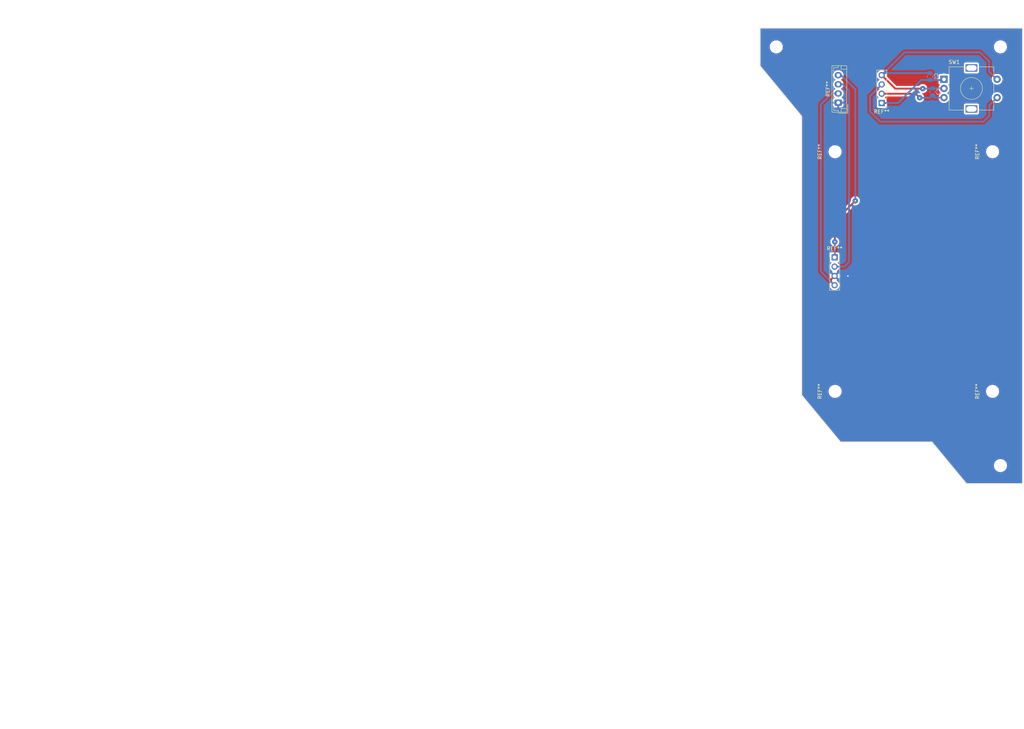
<source format=kicad_pcb>
(kicad_pcb (version 20241229) (generator "pcbnew") (generator_version "9.0")
  (layers (0 "F.Cu" signal) (2 "B.Cu" signal) (13 "F.Paste" user) (15 "B.Paste" user) (5 "F.SilkS" user "F.Silkscreen") (7 "B.SilkS" user "B.Silkscreen") (1 "F.Mask" user) (3 "B.Mask" user) (25 "Edge.Cuts" user))
  (net 0 "")
  (net 1 "AGND")
  (net 2 "ADC0_GP28")
  (net 3 "ADC0_GP27")
  (net 4 "ADC0_GP26")
  (net 5 "GND")
  (net 6 "PICO_3V3")
  (net 7 "Net-(A1-GPIO21)")
  (net 8 "Net-(A1-GPIO20)")
  (footprint "Connector_PinHeader_2.54mm:PinHeader_1x04_P2.54mm_Vertical" (layer "F.Cu") (at 229.8246 84.707)
    (property "Reference" "REF**" (at 0 -2.38 0) (layer "F.SilkS"))
    (property "Value" "PinHeader_1x04_P2.54mm_Vertical")
    (fp_line (start -1.38 -1.38) (end 0 -1.38) (stroke (width 0.12)) (layer "F.SilkS"))
    (fp_line (start -1.38 0) (end -1.38 -1.38) (stroke (width 0.12)) (layer "F.SilkS"))
    (fp_line (start -1.38 1.27) (end -1.38 9) (stroke (width 0.12)) (layer "F.SilkS"))
    (fp_line (start -1.38 1.27) (end 1.38 1.27) (stroke (width 0.12)) (layer "F.SilkS"))
    (fp_line (start -1.38 9) (end 1.38 9) (stroke (width 0.12)) (layer "F.SilkS"))
    (fp_line (start 1.38 1.27) (end 1.38 9) (stroke (width 0.12)) (layer "F.SilkS"))
    (pad "1" thru_hole rect (at 0 0) (size 1.7 1.7) (drill 1) (layers "*.Cu" "*.Mask") (net 8 "Net-(A1-GPIO20)"))
    (pad "2" thru_hole circle (at 0 2.54) (size 1.7 1.7) (drill 1) (layers "*.Cu" "*.Mask") (net 7 "Net-(A1-GPIO21)"))
    (pad "3" thru_hole circle (at 0 5.08) (size 1.7 1.7) (drill 1) (layers "*.Cu" "*.Mask") (net 5 "GND"))
    (pad "4" thru_hole circle (at 0 7.62) (size 1.7 1.7) (drill 1) (layers "*.Cu" "*.Mask") (net 6 "PICO_3V3"))
  )
  (footprint "MountingHole:MountingHole_3.2mm_M3" (layer "F.Cu") (at 272.9538 55.8526 90)
    (property "Reference" "REF**" (at 0 -4.15 90) (layer "F.SilkS"))
    (property "Value" "MountingHole_3.2mm_M3")
    (pad "" np_thru_hole circle (at 0 0 90) (size 3.2 3.2) (drill 3.2) (layers "*.Cu" "*.Mask"))
  )
  (footprint "MountingHole:MountingHole_3.2mm_M3" (layer "F.Cu") (at 229.9516 55.8526 90)
    (property "Reference" "REF**" (at 0 -4.15 90) (layer "F.SilkS"))
    (property "Value" "MountingHole_3.2mm_M3")
    (pad "" np_thru_hole circle (at 0 0 90) (size 3.2 3.2) (drill 3.2) (layers "*.Cu" "*.Mask"))
  )
  (footprint "Rotary_Encoder:RotaryEncoder_Alps_EC11E-Switch_Vertical_H20mm" (layer "F.Cu") (at 259.6864 36.065)
    (property "Reference" "SW1" (at 2.8 -4.7 0) (layer "F.SilkS"))
    (property "Value" "RotaryEncoder_Switch")
    (fp_line (start -0.3 -1.6) (end 0.3 -1.6) (stroke (width 0.12)) (layer "F.SilkS"))
    (fp_line (start 0 -1.3) (end -0.3 -1.6) (stroke (width 0.12)) (layer "F.SilkS"))
    (fp_line (start 0.3 -1.6) (end 0 -1.3) (stroke (width 0.12)) (layer "F.SilkS"))
    (fp_line (start 1.4 -3.4) (end 1.4 8.4) (stroke (width 0.12)) (layer "F.SilkS"))
    (fp_line (start 5.5 -3.4) (end 1.4 -3.4) (stroke (width 0.12)) (layer "F.SilkS"))
    (fp_line (start 5.5 8.4) (end 1.4 8.4) (stroke (width 0.12)) (layer "F.SilkS"))
    (fp_line (start 7 2.5) (end 8 2.5) (stroke (width 0.12)) (layer "F.SilkS"))
    (fp_line (start 7.5 2) (end 7.5 3) (stroke (width 0.12)) (layer "F.SilkS"))
    (fp_line (start 9.5 -3.4) (end 13.6 -3.4) (stroke (width 0.12)) (layer "F.SilkS"))
    (fp_line (start 13.6 -3.4) (end 13.6 -1) (stroke (width 0.12)) (layer "F.SilkS"))
    (fp_line (start 13.6 1.2) (end 13.6 3.8) (stroke (width 0.12)) (layer "F.SilkS"))
    (fp_line (start 13.6 6) (end 13.6 8.4) (stroke (width 0.12)) (layer "F.SilkS"))
    (fp_line (start 13.6 8.4) (end 9.5 8.4) (stroke (width 0.12)) (layer "F.SilkS"))
    (fp_circle (center 7.5 2.5) (end 10.5 2.5) (stroke (width 0.12)) (fill no) (layer "F.SilkS"))
    (pad "A" thru_hole rect (at 0 0) (size 2 2) (drill 1) (layers "*.Cu" "*.Mask") (net 4 "ADC0_GP26"))
    (pad "B" thru_hole circle (at 0 5) (size 2 2) (drill 1) (layers "*.Cu" "*.Mask") (net 3 "ADC0_GP27"))
    (pad "C" thru_hole circle (at 0 2.5) (size 2 2) (drill 1) (layers "*.Cu" "*.Mask") (net 1 "AGND"))
    (pad "MP" thru_hole rect (at 7.5 -3.1) (size 3.2 2) (drill oval 2.8 1.5) (layers "*.Cu" "*.Mask"))
    (pad "MP" thru_hole rect (at 7.5 8.1) (size 3.2 2) (drill oval 2.8 1.5) (layers "*.Cu" "*.Mask"))
    (pad "S1" thru_hole circle (at 14.5 5) (size 2 2) (drill 1) (layers "*.Cu" "*.Mask") (net 2 "ADC0_GP28"))
    (pad "S2" thru_hole circle (at 14.5 0) (size 2 2) (drill 1) (layers "*.Cu" "*.Mask") (net 1 "AGND"))
  )
  (footprint "" (layer "F.Cu") (at 213.9 27.2)
    (property "Reference" "" (at 0 0 0) (layer "F.SilkS") (effects (font (size 1.27 1.27))))
    (property "Value" "")
    (pad "" np_thru_hole circle (at 0 0 90) (size 3.2 3.2) (drill 3.2) (layers "*.Cu" "*.Mask"))
  )
  (footprint "MountingHole:MountingHole_3.2mm_M3" (layer "F.Cu") (at 272.9538 121.3338 90)
    (property "Reference" "REF**" (at 0 -4.15 90) (layer "F.SilkS"))
    (property "Value" "MountingHole_3.2mm_M3")
    (pad "" np_thru_hole circle (at 0 0 90) (size 3.2 3.2) (drill 3.2) (layers "*.Cu" "*.Mask"))
  )
  (footprint "" (layer "F.Cu") (at 275.1 27.2)
    (property "Reference" "" (at 0 0 0) (layer "F.SilkS") (effects (font (size 1.27 1.27))))
    (property "Value" "")
    (pad "" np_thru_hole circle (at 0 0 90) (size 3.2 3.2) (drill 3.2) (layers "*.Cu" "*.Mask"))
  )
  (footprint "MountingHole:MountingHole_3.2mm_M3" (layer "F.Cu") (at 229.9516 121.3338 90)
    (property "Reference" "REF**" (at 0 -4.15 90) (layer "F.SilkS"))
    (property "Value" "MountingHole_3.2mm_M3")
    (pad "" np_thru_hole circle (at 0 0 90) (size 3.2 3.2) (drill 3.2) (layers "*.Cu" "*.Mask"))
  )
  (footprint "Connector_JST:JST_EH_B4B-EH-A_1x04_P2.50mm_Vertical" (layer "F.Cu") (at 230.8152 42.4414 90)
    (property "Reference" "REF**" (at 3.75 -2.8 90) (layer "F.SilkS"))
    (property "Value" "JST_EH_B4B-EH-A_1x04_P2.50mm_Vertical")
    (fp_line (start 10.11 -1.71) (end -2.61 -1.71) (stroke (width 0.12)) (layer "F.SilkS"))
    (fp_line (start -2.61 -1.71) (end -2.61 2.31) (stroke (width 0.12)) (layer "F.SilkS"))
    (fp_line (start 9.61 -1.21) (end 9.61 0) (stroke (width 0.12)) (layer "F.SilkS"))
    (fp_line (start -2.11 -1.21) (end 9.61 -1.21) (stroke (width 0.12)) (layer "F.SilkS"))
    (fp_line (start 9.61 0) (end 10.11 0) (stroke (width 0.12)) (layer "F.SilkS"))
    (fp_line (start -2.11 0) (end -2.11 -1.21) (stroke (width 0.12)) (layer "F.SilkS"))
    (fp_line (start -2.61 0) (end -2.11 0) (stroke (width 0.12)) (layer "F.SilkS"))
    (fp_line (start -2.91 0.11) (end -2.91 2.61) (stroke (width 0.12)) (layer "F.SilkS"))
    (fp_line (start 10.11 0.81) (end 9.11 0.81) (stroke (width 0.12)) (layer "F.SilkS"))
    (fp_line (start 9.11 0.81) (end 9.11 2.31) (stroke (width 0.12)) (layer "F.SilkS"))
    (fp_line (start -1.61 0.81) (end -1.61 2.31) (stroke (width 0.12)) (layer "F.SilkS"))
    (fp_line (start -2.61 0.81) (end -1.61 0.81) (stroke (width 0.12)) (layer "F.SilkS"))
    (fp_line (start 10.11 2.31) (end 10.11 -1.71) (stroke (width 0.12)) (layer "F.SilkS"))
    (fp_line (start -2.61 2.31) (end 10.11 2.31) (stroke (width 0.12)) (layer "F.SilkS"))
    (fp_line (start -2.91 2.61) (end -0.41 2.61) (stroke (width 0.12)) (layer "F.SilkS"))
    (pad "1" thru_hole roundrect (at 0 0 90) (size 1.7 1.95) (drill 0.95) (layers "*.Cu" "*.Mask") (roundrect_rratio 0.147059) (net 5 "GND"))
    (pad "2" thru_hole oval (at 2.5 0 90) (size 1.7 1.95) (drill 0.95) (layers "*.Cu" "*.Mask") (net 6 "PICO_3V3"))
    (pad "3" thru_hole oval (at 5 0 90) (size 1.7 1.95) (drill 0.95) (layers "*.Cu" "*.Mask") (net 7 "Net-(A1-GPIO21)"))
    (pad "4" thru_hole oval (at 7.5 0 90) (size 1.7 1.95) (drill 0.95) (layers "*.Cu" "*.Mask") (net 8 "Net-(A1-GPIO20)"))
  )
  (footprint "Connector_PinHeader_2.54mm:PinHeader_1x04_P2.54mm_Vertical" (layer "F.Cu") (at 242.677 42.543 180)
    (property "Reference" "REF**" (at 0 -2.38 0) (layer "F.SilkS"))
    (property "Value" "PinHeader_1x04_P2.54mm_Vertical")
    (fp_line (start 1.38 1.27) (end 1.38 9) (stroke (width 0.12)) (layer "F.SilkS"))
    (fp_line (start -1.38 9) (end 1.38 9) (stroke (width 0.12)) (layer "F.SilkS"))
    (fp_line (start -1.38 1.27) (end 1.38 1.27) (stroke (width 0.12)) (layer "F.SilkS"))
    (fp_line (start -1.38 1.27) (end -1.38 9) (stroke (width 0.12)) (layer "F.SilkS"))
    (fp_line (start -1.38 0) (end -1.38 -1.38) (stroke (width 0.12)) (layer "F.SilkS"))
    (fp_line (start -1.38 -1.38) (end 0 -1.38) (stroke (width 0.12)) (layer "F.SilkS"))
    (pad "1" thru_hole rect (at 0 0 180) (size 1.7 1.7) (drill 1) (layers "*.Cu" "*.Mask") (net 4 "ADC0_GP26"))
    (pad "2" thru_hole circle (at 0 2.54 180) (size 1.7 1.7) (drill 1) (layers "*.Cu" "*.Mask") (net 3 "ADC0_GP27"))
    (pad "3" thru_hole circle (at 0 5.08 180) (size 1.7 1.7) (drill 1) (layers "*.Cu" "*.Mask") (net 2 "ADC0_GP28"))
    (pad "4" thru_hole circle (at 0 7.62 180) (size 1.7 1.7) (drill 1) (layers "*.Cu" "*.Mask") (net 1 "AGND"))
  )
  (footprint "" (layer "F.Cu") (at 275.1 141.6)
    (property "Reference" "" (at 0 0 0) (layer "F.SilkS") (effects (font (size 1.27 1.27))))
    (property "Value" "")
    (pad "" np_thru_hole circle (at 0 0 90) (size 3.2 3.2) (drill 3.2) (layers "*.Cu" "*.Mask"))
  )
  (footprint "Capacitor_SMD:C_0805_2012Metric" (layer "B.Cu") (at 256.5885 39.4615 90)
    (property "Reference" "C2" (at 0 1.68 90) (layer "B.SilkS") (effects (justify mirror)))
    (property "Value" "C_Small")
    (fp_line (start -0.261252 -0.735) (end 0.261252 -0.735) (stroke (width 0.12)) (layer "B.SilkS"))
    (fp_line (start -0.261252 0.735) (end 0.261252 0.735) (stroke (width 0.12)) (layer "B.SilkS"))
    (pad "1" smd roundrect (at -0.95 0 90) (size 1 1.45) (layers "B.Cu" "B.Mask" "B.Paste") (net 3 "ADC0_GP27"))
    (pad "2" smd roundrect (at 0.95 0 90) (size 1 1.45) (layers "B.Cu" "B.Mask" "B.Paste") (net 1 "AGND"))
  )
  (footprint "Capacitor_SMD:C_0805_2012Metric" (layer "B.Cu") (at 255.8864 35.315 90)
    (property "Reference" "C1" (at 0 1.68 90) (layer "B.SilkS") (effects (justify mirror)))
    (property "Value" "C_Small")
    (fp_line (start -0.261252 -0.735) (end 0.261252 -0.735) (stroke (width 0.12)) (layer "B.SilkS"))
    (fp_line (start -0.261252 0.735) (end 0.261252 0.735) (stroke (width 0.12)) (layer "B.SilkS"))
    (pad "1" smd roundrect (at -0.95 0 90) (size 1 1.45) (layers "B.Cu" "B.Mask" "B.Paste") (net 4 "ADC0_GP26"))
    (pad "2" smd roundrect (at 0.95 0 90) (size 1 1.45) (layers "B.Cu" "B.Mask" "B.Paste") (net 1 "AGND"))
  )
  (gr_line (start 256.359375 135.2) (end 265.8 146.6) (stroke (width 0.1)) (layer "Edge.Cuts"))
  (gr_line (start 209.4 32.4) (end 220.8 46.2) (stroke (width 0.1)) (layer "Edge.Cuts"))
  (gr_line (start 281.2 146.6) (end 281.2 22) (stroke (width 0.1)) (layer "Edge.Cuts"))
  (gr_line (start 220.8 122.4) (end 231.4 135.2) (stroke (width 0.1)) (layer "Edge.Cuts"))
  (gr_line (start 220.8 46.2) (end 220.8 122.4) (stroke (width 0.1)) (layer "Edge.Cuts"))
  (gr_line (start 231.4 135.2) (end 256.359375 135.2) (stroke (width 0.1)) (layer "Edge.Cuts"))
  (gr_line (start 209.4 22) (end 209.4 32.4) (stroke (width 0.1)) (layer "Edge.Cuts"))
  (gr_line (start 281.2 22) (end 209.4 22) (stroke (width 0.1)) (layer "Edge.Cuts"))
  (gr_line (start 265.8 146.6) (end 281.2 146.6) (stroke (width 0.1)) (layer "Edge.Cuts"))
  (segment (start 246.3692 38.6152) (end 242.677 34.923) (width 0.5) (layer "F.Cu") (net 1))
  (segment (start 253.8864 38.6152) (end 246.3692 38.6152) (width 0.5) (layer "F.Cu") (net 1))
  (via (at 253.8864 38.6152) (size 1.5) (drill 0.4) (layers "F.Cu" "B.Cu") (net 1))
  (segment (start 269.5248 28.7) (end 248.9 28.7) (width 0.5) (layer "B.Cu") (net 1))
  (segment (start 243.235 34.365) (end 242.677 34.923) (width 0.5) (layer "B.Cu") (net 1))
  (segment (start 248.9 28.7) (end 242.677 34.923) (width 0.5) (layer "B.Cu") (net 1))
  (segment (start 253.8864 38.6152) (end 253.9366 38.565) (width 0.5) (layer "B.Cu") (net 1))
  (segment (start 256.4848 38.6152) (end 256.5885 38.5115) (width 0.5) (layer "B.Cu") (net 1))
  (segment (start 272.014 33.985) (end 272.014 31.1892) (width 0.5) (layer "B.Cu") (net 1))
  (segment (start 256.642 38.565) (end 256.5885 38.5115) (width 0.5) (layer "B.Cu") (net 1))
  (segment (start 255.8864 34.365) (end 243.235 34.365) (width 0.5) (layer "B.Cu") (net 1))
  (segment (start 253.8864 38.6152) (end 254.0317 38.7605) (width 0.5) (layer "B.Cu") (net 1))
  (segment (start 253.8864 38.6152) (end 256.4848 38.6152) (width 0.5) (layer "B.Cu") (net 1))
  (segment (start 272.014 31.1892) (end 269.5248 28.7) (width 0.5) (layer "B.Cu") (net 1))
  (segment (start 274.1442 36.1152) (end 272.014 33.985) (width 0.5) (layer "B.Cu") (net 1))
  (segment (start 259.6864 38.565) (end 256.642 38.565) (width 0.5) (layer "B.Cu") (net 1))
  (segment (start 239.502 40.638) (end 242.677 37.463) (width 0.5) (layer "B.Cu") (net 2))
  (segment (start 270.4138 47.6484) (end 242.296 47.6484) (width 0.5) (layer "B.Cu") (net 2))
  (segment (start 272.0648 43.1946) (end 272.0648 45.9974) (width 0.5) (layer "B.Cu") (net 2))
  (segment (start 242.296 47.6484) (end 239.502 44.8544) (width 0.5) (layer "B.Cu") (net 2))
  (segment (start 272.0648 45.9974) (end 270.4138 47.6484) (width 0.5) (layer "B.Cu") (net 2))
  (segment (start 239.502 44.8544) (end 239.502 40.638) (width 0.5) (layer "B.Cu") (net 2))
  (segment (start 274.1442 41.1152) (end 272.0648 43.1946) (width 0.5) (layer "B.Cu") (net 2))
  (segment (start 242.677 40.003) (end 251.948 40.003) (width 0.5) (layer "F.Cu") (net 3))
  (segment (start 251.948 40.003) (end 253.0602 41.1152) (width 0.5) (layer "F.Cu") (net 3))
  (via (at 253.0602 41.1152) (size 1.5) (drill 0.4) (layers "F.Cu" "B.Cu") (net 3))
  (segment (start 257.087032 41.065) (end 256.511016 40.488984) (width 0.5) (layer "B.Cu") (net 3))
  (segment (start 253.0602 41.1152) (end 253.1104 41.065) (width 0.5) (layer "B.Cu") (net 3))
  (segment (start 255.8848 41.1152) (end 256.511016 40.488984) (width 0.5) (layer "B.Cu") (net 3))
  (segment (start 253.0602 41.1152) (end 255.8848 41.1152) (width 0.5) (layer "B.Cu") (net 3))
  (segment (start 259.6864 41.065) (end 257.087032 41.065) (width 0.5) (layer "B.Cu") (net 3))
  (segment (start 255.8864 36.265) (end 259.4864 36.265) (width 0.5) (layer "B.Cu") (net 4))
  (segment (start 242.677 42.543) (end 247.157 42.543) (width 0.5) (layer "B.Cu") (net 4))
  (segment (start 253.435 36.265) (end 255.8864 36.265) (width 0.5) (layer "B.Cu") (net 4))
  (segment (start 259.4864 36.265) (end 259.6864 36.065) (width 0.5) (layer "B.Cu") (net 4))
  (segment (start 247.157 42.543) (end 253.435 36.265) (width 0.5) (layer "B.Cu") (net 4))
  (via (at 233.45 89.8) (size 1.5) (drill 0.4) (layers "F.Cu" "B.Cu") (net 5))
  (segment (start 229.0226 39.9414) (end 226.0654 42.8986) (width 0.5) (layer "B.Cu") (net 6))
  (segment (start 230.8152 39.9414) (end 229.0226 39.9414) (width 0.5) (layer "B.Cu") (net 6))
  (segment (start 226.0654 42.8986) (end 226.0654 88.5678) (width 0.5) (layer "B.Cu") (net 6))
  (segment (start 226.0654 88.5678) (end 229.8246 92.327) (width 0.5) (layer "B.Cu") (net 6))
  (segment (start 232.1144 37.4414) (end 233.7616 39.0886) (width 0.5) (layer "B.Cu") (net 7))
  (segment (start 232.4684 87.247) (end 229.8246 87.247) (width 0.5) (layer "B.Cu") (net 7))
  (segment (start 232.4864 87.265) (end 232.4684 87.247) (width 0.5) (layer "B.Cu") (net 7))
  (segment (start 233.7616 85.9898) (end 232.4864 87.265) (width 0.5) (layer "B.Cu") (net 7))
  (segment (start 233.7616 39.0886) (end 233.7616 85.9898) (width 0.5) (layer "B.Cu") (net 7))
  (segment (start 230.8152 37.4414) (end 232.1144 37.4414) (width 0.5) (layer "B.Cu") (net 7))
  (segment (start 229.8864 74.865) (end 229.8864 80.465) (width 0.5) (layer "F.Cu") (net 8))
  (segment (start 235.4864 69.265) (end 229.8864 74.865) (width 0.5) (layer "F.Cu") (net 8))
  (via (at 229.8864 80.465) (size 1.5) (drill 0.4) (layers "F.Cu" "B.Cu") (net 8))
  (via (at 235.4864 69.265) (size 1.5) (drill 0.4) (layers "F.Cu" "B.Cu") (net 8))
  (segment (start 235.4864 38.8068) (end 235.4864 69.265) (width 0.5) (layer "B.Cu") (net 8))
  (segment (start 229.8864 84.6452) (end 229.8246 84.707) (width 0.5) (layer "B.Cu") (net 8))
  (segment (start 230.8152 34.9414) (end 231.621 34.9414) (width 0.5) (layer "B.Cu") (net 8))
  (segment (start 229.8864 80.465) (end 229.8864 84.6452) (width 0.5) (layer "B.Cu") (net 8))
  (segment (start 231.621 34.9414) (end 235.4864 38.8068) (width 0.5) (layer "B.Cu") (net 8))
  (zone (net 0) (net_name "") (layer "F.Cu") (connect_pads (clearance 0)) (min_thickness 0.25)
    (keepout (tracks not_allowed) (vias not_allowed) (pads not_allowed) (copperpour not_allowed) (footprints allowed))
    (fill (thermal_gap 0.5) (thermal_bridge_width 0.5))
    (polygon (pts (xy 243.8885 36.9115) (xy 246.4885 39.5115) (xy 243.6885 39.5115) (xy 242.8885 38.6115) (xy 243.6885 38.0115)))
  )
  (zone (net 0) (net_name "") (layer "F.Cu") (connect_pads (clearance 0)) (min_thickness 0.25)
    (keepout (tracks not_allowed) (vias not_allowed) (pads not_allowed) (copperpour not_allowed) (footprints allowed))
    (fill (thermal_gap 0.5) (thermal_bridge_width 0.5))
    (polygon (pts (xy 252.889825 39.2115) (xy 253.4885 39.6115) (xy 253.2885 40.1115) (xy 252.6885 40.1115) (xy 252.1885 39.385385)))
  )
  (zone (net 5) (net_name "GND") (layers "F.Cu" "B.Cu") (connect_pads (clearance 0.5)) (min_thickness 0.25) (fill yes (thermal_gap 0.5) (thermal_bridge_width 0.5) (island_removal_mode 1) (island_area_min 10))
    (polygon (pts (xy 265.8 146.737495) (xy 259 138.6) (xy 256.35 135.35) (xy 231.4 135.4) (xy 220.6 122.4) (xy 220.8 46.4) (xy 209.4 32.4) (xy 209.4 22) (xy 281.2 22) (xy 281.2 146.6)))
  )
  (zone (net 0) (net_name "") (layer "B.Cu") (connect_pads (clearance 0)) (min_thickness 0.25)
    (keepout (tracks not_allowed) (vias not_allowed) (pads not_allowed) (copperpour not_allowed) (footprints allowed))
    (fill (thermal_gap 0.5) (thermal_bridge_width 0.5))
    (polygon (pts (xy 253.7885 36.8115) (xy 255.1885 36.9115) (xy 256.2885 37.1115) (xy 257.4885 36.6115) (xy 258.3885 36.9115) (xy 258.6885 37.7115) (xy 257.9885 38.1115) (xy 257.0885 37.6115) (xy 255.9885 37.7115) (xy 255.2885 38.1115) (xy 253.6885 37.6115) (xy 253.1885 37.3115)))
  )
  (zone (net 0) (net_name "") (layer "B.Cu") (connect_pads (clearance 0)) (min_thickness 0.25)
    (keepout (tracks not_allowed) (vias not_allowed) (pads not_allowed) (copperpour not_allowed) (footprints allowed))
    (fill (thermal_gap 0.5) (thermal_bridge_width 0.5))
    (polygon (pts (xy 254.5885 39.1115) (xy 254.0885 39.6115) (xy 253.5885 39.9115) (xy 253.8885 40.5115) (xy 255.5885 40.6115) (xy 255.5885 39.9115) (xy 255.9885 39.3115)))
  )
  (zone (net 0) (net_name "") (layer "B.Cu") (connect_pads (clearance 0)) (min_thickness 0.25)
    (keepout (tracks not_allowed) (vias not_allowed) (pads not_allowed) (copperpour not_allowed) (footprints allowed))
    (fill (thermal_gap 0.5) (thermal_bridge_width 0.5))
    (polygon (pts (xy 257.9885 40.5115) (xy 258.5885 40.4115) (xy 258.9885 39.7115) (xy 258.3885 39.1115) (xy 257.3885 39.2115) (xy 257.2885 39.6115)))
  )
  (zone (net 0) (net_name "") (layer "B.Cu") (connect_pads (clearance 0)) (min_thickness 0.25)
    (keepout (tracks not_allowed) (vias not_allowed) (pads not_allowed) (copperpour not_allowed) (footprints allowed))
    (fill (thermal_gap 0.5) (thermal_bridge_width 0.5))
    (polygon (pts (xy 246.9885 41.9115) (xy 253.3885 35.7115) (xy 255.1885 35.6115) (xy 255.3885 35.1115) (xy 254.9885 34.8115) (xy 243.7885 34.9115) (xy 243.0885 36.2115) (xy 243.8885 37.4115) (xy 242.8885 38.7115) (xy 243.8885 40.0115) (xy 243.1885 41.1115) (xy 244.2885 42.0115)))
  )
)
</source>
